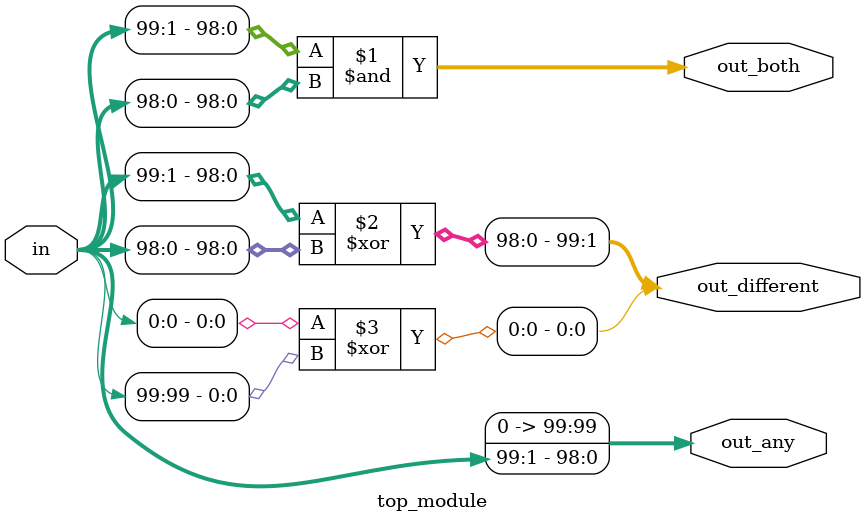
<source format=sv>
module top_module (
    input [99:0] in,
    output [98:0] out_both,
    output [99:0] out_any,
    output [99:0] out_different
);

    // Generate out_both signal
    assign out_both = in[99:1] & in[98:0];

    // Generate out_any signal
    assign out_any = in[99:1];

    // Generate out_different signal
    assign out_different[99:1] = in[99:1] ^ in[98:0];
    assign out_different[0] = in[0] ^ in[99];

endmodule

</source>
